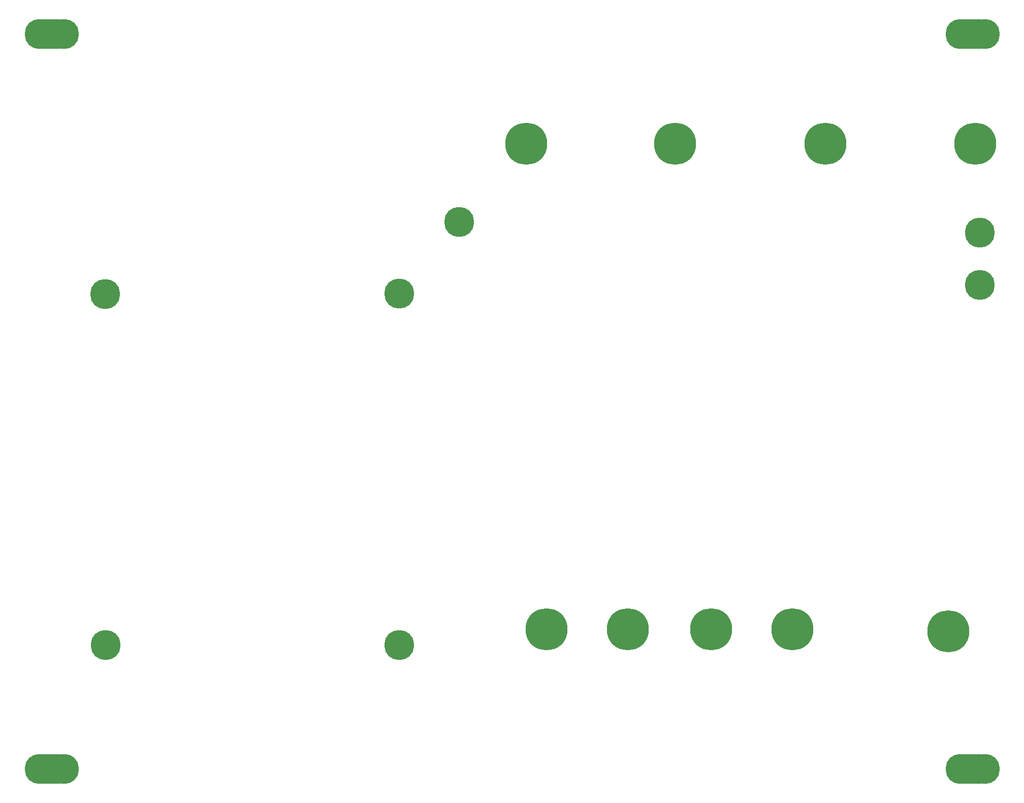
<source format=gbr>
%TF.GenerationSoftware,KiCad,Pcbnew,8.0.0*%
%TF.CreationDate,2024-04-13T17:49:09+09:00*%
%TF.ProjectId,RaverackPanel,52617665-7261-4636-9b50-616e656c2e6b,rev?*%
%TF.SameCoordinates,Original*%
%TF.FileFunction,Copper,L2,Bot*%
%TF.FilePolarity,Positive*%
%FSLAX46Y46*%
G04 Gerber Fmt 4.6, Leading zero omitted, Abs format (unit mm)*
G04 Created by KiCad (PCBNEW 8.0.0) date 2024-04-13 17:49:09*
%MOMM*%
%LPD*%
G01*
G04 APERTURE LIST*
%TA.AperFunction,Conductor*%
%ADD10C,0.200000*%
%TD*%
%TA.AperFunction,ViaPad*%
%ADD11C,5.000000*%
%TD*%
%TA.AperFunction,ViaPad*%
%ADD12C,7.000000*%
%TD*%
G04 APERTURE END LIST*
D10*
%TO.N,GND*%
X111110001Y-41160000D02*
G75*
G02*
X105077835Y-41160000I-3016083J0D01*
G01*
X105077835Y-41160000D02*
G75*
G02*
X111110001Y-41160000I3016083J0D01*
G01*
%TD*%
D11*
%TO.N,*%
X86970000Y-66240000D03*
X27000000Y-145500000D03*
X184600000Y-145500000D03*
X28000000Y-23000000D03*
D12*
X111530000Y-122250000D03*
D11*
X28000000Y-145500000D03*
D12*
X178480000Y-122540000D03*
D11*
X31100000Y-145500000D03*
X30000000Y-145500000D03*
D12*
X152500000Y-122250000D03*
X138930000Y-122250000D03*
D11*
X29000000Y-23000000D03*
D12*
X158020000Y-41250000D03*
D11*
X181500000Y-23000000D03*
X184600000Y-23000000D03*
X180500000Y-145500000D03*
X30000000Y-23000000D03*
D12*
X183020000Y-41250000D03*
D11*
X86990000Y-124840000D03*
X183740000Y-64810000D03*
X183750000Y-56120000D03*
X182500000Y-23000000D03*
D12*
X125100000Y-122250000D03*
D11*
X183500000Y-23000000D03*
X31100000Y-23000000D03*
X29000000Y-145500000D03*
X181500000Y-145500000D03*
X38020000Y-124830000D03*
X180500000Y-23000000D03*
X27000000Y-23000000D03*
X183500000Y-145500000D03*
D12*
X108140000Y-41250000D03*
D11*
X96990000Y-54290000D03*
X182500000Y-145500000D03*
D12*
X132990000Y-41250000D03*
D11*
X37960000Y-66320000D03*
%TD*%
M02*

</source>
